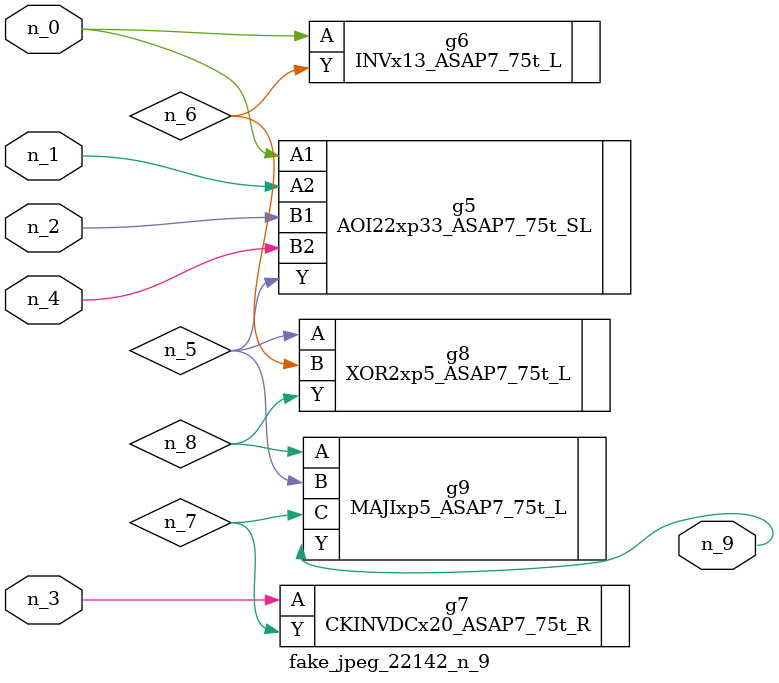
<source format=v>
module fake_jpeg_22142_n_9 (n_3, n_2, n_1, n_0, n_4, n_9);

input n_3;
input n_2;
input n_1;
input n_0;
input n_4;

output n_9;

wire n_8;
wire n_6;
wire n_5;
wire n_7;

AOI22xp33_ASAP7_75t_SL g5 ( 
.A1(n_0),
.A2(n_1),
.B1(n_2),
.B2(n_4),
.Y(n_5)
);

INVx13_ASAP7_75t_L g6 ( 
.A(n_0),
.Y(n_6)
);

CKINVDCx20_ASAP7_75t_R g7 ( 
.A(n_3),
.Y(n_7)
);

XOR2xp5_ASAP7_75t_L g8 ( 
.A(n_5),
.B(n_6),
.Y(n_8)
);

MAJIxp5_ASAP7_75t_L g9 ( 
.A(n_8),
.B(n_5),
.C(n_7),
.Y(n_9)
);


endmodule
</source>
